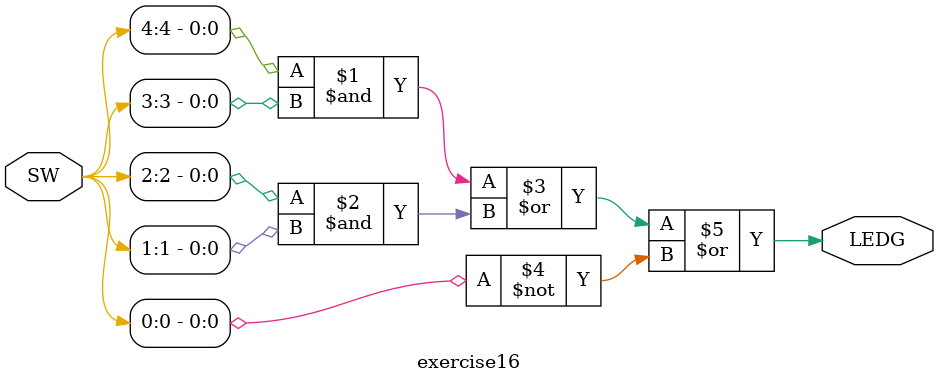
<source format=sv>
module exercise16(
		input  logic [4:0] SW,
      output logic [7:7] LEDG
);
	assign LEDG[7] = (SW[4] & SW[3]) | (SW[2] & SW[1]) | (~SW[0]);
endmodule
</source>
